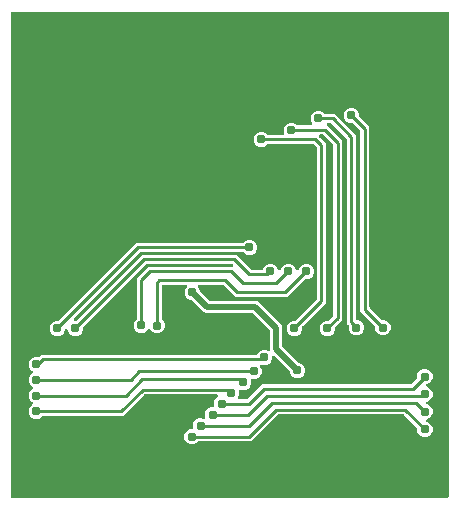
<source format=gbr>
G04 EAGLE Gerber RS-274X export*
G75*
%MOMM*%
%FSLAX34Y34*%
%LPD*%
%INBottom Copper*%
%IPPOS*%
%AMOC8*
5,1,8,0,0,1.08239X$1,22.5*%
G01*
%ADD10R,1.778000X4.191000*%
%ADD11C,0.787400*%
%ADD12C,0.254000*%
%ADD13C,0.508000*%

G36*
X363338Y-1254D02*
X363338Y-1254D01*
X363457Y-1247D01*
X363495Y-1234D01*
X363536Y-1229D01*
X363646Y-1186D01*
X363759Y-1149D01*
X363794Y-1127D01*
X363831Y-1112D01*
X363927Y-1043D01*
X364028Y-979D01*
X364056Y-949D01*
X364089Y-926D01*
X364165Y-834D01*
X364246Y-747D01*
X364266Y-712D01*
X364291Y-681D01*
X364342Y-573D01*
X364400Y-469D01*
X364410Y-429D01*
X364427Y-393D01*
X364449Y-276D01*
X364479Y-161D01*
X364483Y-101D01*
X364487Y-81D01*
X364485Y-60D01*
X364489Y0D01*
X364489Y408940D01*
X364474Y409058D01*
X364467Y409177D01*
X364454Y409215D01*
X364449Y409256D01*
X364406Y409366D01*
X364369Y409479D01*
X364347Y409514D01*
X364332Y409551D01*
X364263Y409647D01*
X364199Y409748D01*
X364169Y409776D01*
X364146Y409809D01*
X364054Y409885D01*
X363967Y409966D01*
X363932Y409986D01*
X363901Y410011D01*
X363793Y410062D01*
X363689Y410120D01*
X363649Y410130D01*
X363613Y410147D01*
X363496Y410169D01*
X363381Y410199D01*
X363321Y410203D01*
X363301Y410207D01*
X363280Y410205D01*
X363220Y410209D01*
X-5080Y410209D01*
X-5198Y410194D01*
X-5317Y410187D01*
X-5355Y410174D01*
X-5396Y410169D01*
X-5506Y410126D01*
X-5619Y410089D01*
X-5654Y410067D01*
X-5691Y410052D01*
X-5787Y409983D01*
X-5888Y409919D01*
X-5916Y409889D01*
X-5949Y409866D01*
X-6025Y409774D01*
X-6106Y409687D01*
X-6126Y409652D01*
X-6151Y409621D01*
X-6202Y409513D01*
X-6260Y409409D01*
X-6270Y409369D01*
X-6287Y409333D01*
X-6309Y409216D01*
X-6339Y409101D01*
X-6343Y409041D01*
X-6347Y409021D01*
X-6345Y409000D01*
X-6349Y408940D01*
X-6349Y0D01*
X-6334Y-118D01*
X-6327Y-237D01*
X-6314Y-275D01*
X-6309Y-316D01*
X-6266Y-426D01*
X-6229Y-539D01*
X-6207Y-574D01*
X-6192Y-611D01*
X-6123Y-707D01*
X-6059Y-808D01*
X-6029Y-836D01*
X-6006Y-869D01*
X-5914Y-945D01*
X-5827Y-1026D01*
X-5792Y-1046D01*
X-5761Y-1071D01*
X-5653Y-1122D01*
X-5549Y-1180D01*
X-5509Y-1190D01*
X-5473Y-1207D01*
X-5356Y-1229D01*
X-5241Y-1259D01*
X-5181Y-1263D01*
X-5161Y-1267D01*
X-5140Y-1265D01*
X-5080Y-1269D01*
X363220Y-1269D01*
X363338Y-1254D01*
G37*
%LPC*%
G36*
X145523Y43895D02*
X145523Y43895D01*
X143143Y44881D01*
X141320Y46704D01*
X140334Y49084D01*
X140334Y51662D01*
X141320Y54042D01*
X143143Y55865D01*
X145523Y56851D01*
X146731Y56851D01*
X146780Y56857D01*
X146830Y56855D01*
X146937Y56877D01*
X147046Y56891D01*
X147092Y56909D01*
X147141Y56919D01*
X147240Y56967D01*
X147342Y57008D01*
X147382Y57037D01*
X147427Y57059D01*
X147510Y57130D01*
X147599Y57194D01*
X147631Y57233D01*
X147669Y57265D01*
X147732Y57355D01*
X147802Y57439D01*
X147823Y57485D01*
X147852Y57525D01*
X147891Y57628D01*
X147938Y57727D01*
X147947Y57776D01*
X147965Y57823D01*
X147977Y57932D01*
X147997Y58039D01*
X147994Y58089D01*
X148000Y58139D01*
X147984Y58248D01*
X147978Y58357D01*
X147962Y58404D01*
X147955Y58454D01*
X147954Y58456D01*
X147954Y61060D01*
X148940Y63440D01*
X150763Y65263D01*
X153143Y66249D01*
X155721Y66249D01*
X156595Y65887D01*
X156729Y65850D01*
X156862Y65809D01*
X156882Y65808D01*
X156902Y65803D01*
X157041Y65800D01*
X157180Y65794D01*
X157199Y65798D01*
X157220Y65798D01*
X157355Y65830D01*
X157491Y65858D01*
X157509Y65867D01*
X157529Y65872D01*
X157651Y65937D01*
X157777Y65998D01*
X157792Y66011D01*
X157810Y66020D01*
X157913Y66114D01*
X158019Y66204D01*
X158030Y66221D01*
X158045Y66234D01*
X158122Y66351D01*
X158202Y66464D01*
X158209Y66483D01*
X158220Y66500D01*
X158265Y66632D01*
X158315Y66762D01*
X158317Y66782D01*
X158323Y66801D01*
X158334Y66939D01*
X158350Y67078D01*
X158347Y67098D01*
X158349Y67118D01*
X158325Y67255D01*
X158305Y67393D01*
X158296Y67419D01*
X158294Y67431D01*
X158286Y67450D01*
X158253Y67545D01*
X158114Y67880D01*
X158114Y70458D01*
X159100Y72838D01*
X160923Y74661D01*
X163303Y75647D01*
X164511Y75647D01*
X164560Y75653D01*
X164610Y75651D01*
X164717Y75673D01*
X164826Y75687D01*
X164872Y75705D01*
X164921Y75715D01*
X165020Y75763D01*
X165122Y75804D01*
X165162Y75833D01*
X165207Y75855D01*
X165290Y75926D01*
X165379Y75990D01*
X165411Y76029D01*
X165449Y76061D01*
X165512Y76151D01*
X165582Y76235D01*
X165603Y76281D01*
X165632Y76321D01*
X165671Y76424D01*
X165718Y76523D01*
X165727Y76572D01*
X165745Y76619D01*
X165757Y76728D01*
X165777Y76835D01*
X165774Y76885D01*
X165780Y76935D01*
X165764Y77044D01*
X165758Y77153D01*
X165742Y77200D01*
X165735Y77250D01*
X165734Y77252D01*
X165734Y79856D01*
X166720Y82236D01*
X168677Y84193D01*
X168762Y84302D01*
X168851Y84409D01*
X168859Y84428D01*
X168872Y84444D01*
X168927Y84572D01*
X168986Y84697D01*
X168990Y84717D01*
X168998Y84736D01*
X169020Y84874D01*
X169046Y85010D01*
X169045Y85030D01*
X169048Y85050D01*
X169035Y85189D01*
X169026Y85327D01*
X169020Y85346D01*
X169018Y85366D01*
X168971Y85498D01*
X168928Y85629D01*
X168917Y85647D01*
X168910Y85666D01*
X168832Y85781D01*
X168758Y85898D01*
X168743Y85912D01*
X168732Y85929D01*
X168627Y86021D01*
X168526Y86116D01*
X168509Y86126D01*
X168493Y86139D01*
X168369Y86203D01*
X168248Y86270D01*
X168228Y86275D01*
X168210Y86284D01*
X168074Y86314D01*
X167940Y86349D01*
X167912Y86351D01*
X167900Y86354D01*
X167879Y86353D01*
X167779Y86359D01*
X107151Y86359D01*
X107053Y86347D01*
X106954Y86344D01*
X106896Y86327D01*
X106836Y86319D01*
X106744Y86283D01*
X106649Y86255D01*
X106596Y86225D01*
X106540Y86202D01*
X106460Y86144D01*
X106375Y86094D01*
X106299Y86028D01*
X106283Y86016D01*
X106275Y86006D01*
X106254Y85988D01*
X88569Y68302D01*
X21116Y68302D01*
X21018Y68290D01*
X20919Y68287D01*
X20860Y68270D01*
X20800Y68262D01*
X20708Y68226D01*
X20613Y68198D01*
X20561Y68168D01*
X20505Y68145D01*
X20425Y68087D01*
X20339Y68037D01*
X20264Y67971D01*
X20247Y67959D01*
X20240Y67949D01*
X20218Y67930D01*
X18909Y66621D01*
X16529Y65635D01*
X13951Y65635D01*
X11571Y66621D01*
X9748Y68444D01*
X8762Y70824D01*
X8762Y73402D01*
X9748Y75782D01*
X11617Y77651D01*
X11669Y77678D01*
X11684Y77692D01*
X11701Y77702D01*
X11801Y77798D01*
X11904Y77892D01*
X11915Y77909D01*
X11930Y77923D01*
X12003Y78042D01*
X12079Y78158D01*
X12086Y78177D01*
X12096Y78194D01*
X12137Y78327D01*
X12182Y78459D01*
X12184Y78479D01*
X12190Y78498D01*
X12196Y78637D01*
X12207Y78776D01*
X12204Y78796D01*
X12205Y78816D01*
X12177Y78952D01*
X12153Y79089D01*
X12145Y79108D01*
X12141Y79127D01*
X12079Y79253D01*
X12022Y79379D01*
X12010Y79395D01*
X12001Y79413D01*
X11911Y79519D01*
X11824Y79628D01*
X11808Y79640D01*
X11795Y79655D01*
X11681Y79735D01*
X11616Y79784D01*
X9748Y81652D01*
X8762Y84032D01*
X8762Y86609D01*
X9748Y88990D01*
X11617Y90859D01*
X11669Y90886D01*
X11684Y90900D01*
X11701Y90910D01*
X11801Y91006D01*
X11904Y91100D01*
X11915Y91117D01*
X11930Y91131D01*
X12003Y91250D01*
X12079Y91366D01*
X12086Y91385D01*
X12096Y91402D01*
X12137Y91535D01*
X12182Y91667D01*
X12184Y91687D01*
X12190Y91706D01*
X12196Y91845D01*
X12207Y91984D01*
X12204Y92004D01*
X12205Y92024D01*
X12177Y92160D01*
X12153Y92297D01*
X12145Y92315D01*
X12141Y92335D01*
X12079Y92461D01*
X12022Y92587D01*
X12010Y92603D01*
X12001Y92621D01*
X11911Y92727D01*
X11824Y92836D01*
X11808Y92848D01*
X11795Y92863D01*
X11681Y92943D01*
X11616Y92992D01*
X9748Y94860D01*
X8762Y97240D01*
X8762Y99817D01*
X9748Y102198D01*
X11617Y104066D01*
X11669Y104094D01*
X11684Y104108D01*
X11701Y104118D01*
X11801Y104214D01*
X11904Y104308D01*
X11915Y104325D01*
X11930Y104339D01*
X12003Y104458D01*
X12079Y104574D01*
X12086Y104593D01*
X12096Y104610D01*
X12137Y104743D01*
X12182Y104875D01*
X12184Y104895D01*
X12190Y104914D01*
X12196Y105053D01*
X12207Y105192D01*
X12204Y105212D01*
X12205Y105232D01*
X12177Y105368D01*
X12153Y105505D01*
X12145Y105523D01*
X12141Y105543D01*
X12079Y105669D01*
X12022Y105795D01*
X12010Y105811D01*
X12001Y105829D01*
X11911Y105935D01*
X11824Y106044D01*
X11808Y106056D01*
X11795Y106071D01*
X11681Y106151D01*
X11616Y106199D01*
X9748Y108068D01*
X8762Y110448D01*
X8762Y113025D01*
X9748Y115406D01*
X11571Y117228D01*
X13951Y118215D01*
X16528Y118215D01*
X16731Y118131D01*
X16733Y118130D01*
X16745Y118127D01*
X16759Y118123D01*
X16786Y118110D01*
X16912Y118081D01*
X17038Y118047D01*
X17067Y118046D01*
X17096Y118040D01*
X17171Y118042D01*
X17202Y118040D01*
X17223Y118040D01*
X17248Y118044D01*
X17356Y118042D01*
X17384Y118049D01*
X17414Y118050D01*
X17505Y118076D01*
X17538Y118080D01*
X17573Y118094D01*
X17665Y118116D01*
X17691Y118130D01*
X17719Y118138D01*
X17790Y118180D01*
X17834Y118197D01*
X17876Y118228D01*
X17946Y118265D01*
X17968Y118284D01*
X17993Y118300D01*
X18079Y118375D01*
X18091Y118384D01*
X18097Y118391D01*
X18114Y118406D01*
X19539Y119831D01*
X201250Y119831D01*
X201280Y119834D01*
X201309Y119832D01*
X201437Y119854D01*
X201566Y119870D01*
X201593Y119881D01*
X201622Y119886D01*
X201741Y119940D01*
X201862Y119987D01*
X201885Y120005D01*
X201912Y120017D01*
X202014Y120098D01*
X202119Y120174D01*
X202138Y120197D01*
X202161Y120215D01*
X202239Y120319D01*
X202322Y120419D01*
X202334Y120446D01*
X202352Y120470D01*
X202423Y120614D01*
X202788Y121496D01*
X204611Y123318D01*
X206991Y124305D01*
X209569Y124305D01*
X211604Y123461D01*
X211652Y123448D01*
X211697Y123427D01*
X211805Y123406D01*
X211911Y123377D01*
X211961Y123377D01*
X212010Y123367D01*
X212119Y123374D01*
X212229Y123372D01*
X212277Y123384D01*
X212327Y123387D01*
X212431Y123421D01*
X212538Y123447D01*
X212582Y123470D01*
X212629Y123485D01*
X212722Y123544D01*
X212819Y123595D01*
X212856Y123629D01*
X212898Y123655D01*
X212973Y123735D01*
X213055Y123809D01*
X213082Y123851D01*
X213116Y123887D01*
X213169Y123983D01*
X213229Y124075D01*
X213246Y124122D01*
X213270Y124165D01*
X213297Y124272D01*
X213333Y124376D01*
X213337Y124425D01*
X213349Y124473D01*
X213359Y124634D01*
X213359Y139610D01*
X213347Y139708D01*
X213344Y139807D01*
X213327Y139865D01*
X213319Y139925D01*
X213283Y140017D01*
X213255Y140112D01*
X213233Y140150D01*
X213231Y140157D01*
X213222Y140171D01*
X213202Y140221D01*
X213144Y140301D01*
X213094Y140386D01*
X213065Y140419D01*
X213061Y140426D01*
X213052Y140435D01*
X213028Y140462D01*
X213016Y140478D01*
X213006Y140486D01*
X212988Y140507D01*
X198927Y154568D01*
X198849Y154628D01*
X198777Y154696D01*
X198724Y154725D01*
X198676Y154762D01*
X198585Y154802D01*
X198498Y154850D01*
X198440Y154865D01*
X198384Y154889D01*
X198286Y154904D01*
X198190Y154929D01*
X198090Y154935D01*
X198070Y154939D01*
X198058Y154937D01*
X198030Y154939D01*
X159009Y154939D01*
X157142Y155713D01*
X146984Y165871D01*
X146906Y165931D01*
X146834Y165999D01*
X146781Y166028D01*
X146733Y166065D01*
X146642Y166105D01*
X146555Y166153D01*
X146497Y166168D01*
X146441Y166192D01*
X146343Y166207D01*
X146247Y166232D01*
X146147Y166238D01*
X146127Y166242D01*
X146115Y166240D01*
X146087Y166242D01*
X146031Y166242D01*
X143651Y167228D01*
X141828Y169051D01*
X140842Y171431D01*
X140842Y174009D01*
X141828Y176389D01*
X142342Y176903D01*
X142427Y177012D01*
X142516Y177119D01*
X142524Y177138D01*
X142537Y177154D01*
X142592Y177282D01*
X142651Y177407D01*
X142655Y177427D01*
X142663Y177446D01*
X142685Y177584D01*
X142711Y177720D01*
X142710Y177740D01*
X142713Y177760D01*
X142700Y177899D01*
X142691Y178037D01*
X142685Y178056D01*
X142683Y178076D01*
X142636Y178207D01*
X142593Y178339D01*
X142582Y178357D01*
X142575Y178376D01*
X142497Y178490D01*
X142423Y178608D01*
X142408Y178622D01*
X142397Y178639D01*
X142293Y178731D01*
X142191Y178826D01*
X142173Y178836D01*
X142158Y178849D01*
X142035Y178912D01*
X141913Y178980D01*
X141893Y178985D01*
X141875Y178994D01*
X141739Y179024D01*
X141605Y179059D01*
X141577Y179061D01*
X141565Y179064D01*
X141544Y179063D01*
X141444Y179069D01*
X122428Y179069D01*
X122310Y179054D01*
X122191Y179047D01*
X122153Y179034D01*
X122112Y179029D01*
X122002Y178986D01*
X121889Y178949D01*
X121854Y178927D01*
X121817Y178912D01*
X121721Y178843D01*
X121620Y178779D01*
X121592Y178749D01*
X121559Y178726D01*
X121483Y178634D01*
X121402Y178547D01*
X121382Y178512D01*
X121357Y178481D01*
X121306Y178373D01*
X121248Y178269D01*
X121238Y178229D01*
X121221Y178193D01*
X121199Y178076D01*
X121169Y177961D01*
X121165Y177901D01*
X121161Y177881D01*
X121163Y177860D01*
X121159Y177800D01*
X121159Y150402D01*
X121171Y150304D01*
X121174Y150205D01*
X121191Y150146D01*
X121199Y150086D01*
X121235Y149994D01*
X121263Y149899D01*
X121293Y149847D01*
X121316Y149791D01*
X121374Y149711D01*
X121424Y149625D01*
X121490Y149550D01*
X121502Y149533D01*
X121512Y149526D01*
X121530Y149504D01*
X122840Y148195D01*
X123826Y145815D01*
X123826Y143237D01*
X122840Y140857D01*
X121017Y139034D01*
X118637Y138048D01*
X116059Y138048D01*
X113679Y139034D01*
X111856Y140857D01*
X111833Y140898D01*
X111816Y140944D01*
X111754Y141035D01*
X111700Y141131D01*
X111665Y141166D01*
X111637Y141208D01*
X111555Y141280D01*
X111479Y141359D01*
X111436Y141385D01*
X111399Y141418D01*
X111301Y141468D01*
X111208Y141525D01*
X111160Y141540D01*
X111116Y141563D01*
X111008Y141587D01*
X110904Y141619D01*
X110854Y141621D01*
X110805Y141632D01*
X110696Y141629D01*
X110586Y141634D01*
X110537Y141624D01*
X110487Y141623D01*
X110382Y141592D01*
X110274Y141570D01*
X110230Y141548D01*
X110182Y141534D01*
X110088Y141479D01*
X109989Y141430D01*
X109951Y141398D01*
X109908Y141373D01*
X109787Y141266D01*
X107809Y139288D01*
X105429Y138302D01*
X102851Y138302D01*
X100471Y139288D01*
X98648Y141111D01*
X97662Y143491D01*
X97662Y146069D01*
X98648Y148449D01*
X99958Y149758D01*
X100018Y149837D01*
X100086Y149909D01*
X100115Y149962D01*
X100152Y150010D01*
X100192Y150101D01*
X100240Y150187D01*
X100255Y150246D01*
X100279Y150302D01*
X100294Y150400D01*
X100319Y150495D01*
X100325Y150595D01*
X100329Y150616D01*
X100327Y150628D01*
X100329Y150656D01*
X100329Y184458D01*
X110182Y194311D01*
X180776Y194311D01*
X180800Y194314D01*
X180825Y194312D01*
X180958Y194334D01*
X181091Y194351D01*
X181114Y194360D01*
X181139Y194364D01*
X181262Y194418D01*
X181387Y194468D01*
X181407Y194482D01*
X181430Y194492D01*
X181535Y194575D01*
X181644Y194654D01*
X181660Y194674D01*
X181680Y194689D01*
X181761Y194796D01*
X181847Y194899D01*
X181858Y194922D01*
X181873Y194941D01*
X181926Y195066D01*
X181983Y195187D01*
X181987Y195211D01*
X181997Y195234D01*
X182017Y195368D01*
X182043Y195499D01*
X182041Y195524D01*
X182045Y195549D01*
X182031Y195683D01*
X182023Y195817D01*
X182015Y195840D01*
X182013Y195865D01*
X181966Y195991D01*
X181925Y196119D01*
X181912Y196140D01*
X181903Y196164D01*
X181827Y196274D01*
X181755Y196388D01*
X181737Y196405D01*
X181723Y196425D01*
X181621Y196514D01*
X181523Y196606D01*
X181501Y196618D01*
X181483Y196634D01*
X181343Y196715D01*
X181292Y196733D01*
X181270Y196745D01*
X181244Y196760D01*
X181143Y196786D01*
X181043Y196821D01*
X180989Y196825D01*
X180936Y196839D01*
X180776Y196849D01*
X108784Y196849D01*
X108686Y196837D01*
X108587Y196834D01*
X108529Y196817D01*
X108469Y196809D01*
X108377Y196773D01*
X108281Y196745D01*
X108229Y196715D01*
X108173Y196692D01*
X108093Y196634D01*
X108008Y196584D01*
X107932Y196518D01*
X107916Y196506D01*
X107908Y196496D01*
X107887Y196478D01*
X55109Y143700D01*
X55049Y143622D01*
X54981Y143550D01*
X54952Y143497D01*
X54915Y143449D01*
X54875Y143358D01*
X54827Y143271D01*
X54812Y143213D01*
X54788Y143157D01*
X54773Y143059D01*
X54748Y142963D01*
X54742Y142863D01*
X54738Y142843D01*
X54740Y142831D01*
X54738Y142803D01*
X54738Y140951D01*
X53752Y138571D01*
X51929Y136748D01*
X49549Y135762D01*
X46971Y135762D01*
X44591Y136748D01*
X42768Y138571D01*
X41813Y140878D01*
X41744Y140999D01*
X41679Y141122D01*
X41665Y141137D01*
X41655Y141154D01*
X41558Y141254D01*
X41465Y141357D01*
X41448Y141368D01*
X41434Y141383D01*
X41316Y141455D01*
X41199Y141532D01*
X41180Y141539D01*
X41163Y141549D01*
X41030Y141590D01*
X40898Y141635D01*
X40878Y141637D01*
X40859Y141643D01*
X40720Y141649D01*
X40581Y141660D01*
X40561Y141657D01*
X40541Y141658D01*
X40405Y141630D01*
X40268Y141606D01*
X40249Y141598D01*
X40230Y141594D01*
X40105Y141532D01*
X39978Y141475D01*
X39962Y141463D01*
X39944Y141454D01*
X39838Y141364D01*
X39730Y141277D01*
X39717Y141261D01*
X39702Y141248D01*
X39622Y141134D01*
X39538Y141023D01*
X39526Y140998D01*
X39519Y140987D01*
X39512Y140968D01*
X39467Y140878D01*
X38512Y138571D01*
X36689Y136748D01*
X34309Y135762D01*
X31731Y135762D01*
X29351Y136748D01*
X27528Y138571D01*
X26542Y140951D01*
X26542Y143529D01*
X27528Y145909D01*
X29351Y147732D01*
X31731Y148718D01*
X33583Y148718D01*
X33681Y148730D01*
X33780Y148733D01*
X33838Y148750D01*
X33898Y148758D01*
X33990Y148794D01*
X34086Y148822D01*
X34138Y148852D01*
X34194Y148875D01*
X34274Y148933D01*
X34359Y148983D01*
X34435Y149049D01*
X34451Y149061D01*
X34459Y149071D01*
X34480Y149089D01*
X100022Y214631D01*
X189704Y214631D01*
X189802Y214643D01*
X189901Y214646D01*
X189960Y214663D01*
X190020Y214671D01*
X190112Y214707D01*
X190207Y214735D01*
X190259Y214765D01*
X190315Y214788D01*
X190395Y214846D01*
X190481Y214896D01*
X190556Y214962D01*
X190573Y214974D01*
X190580Y214984D01*
X190602Y215002D01*
X191911Y216312D01*
X194291Y217298D01*
X196869Y217298D01*
X199249Y216312D01*
X201072Y214489D01*
X202058Y212109D01*
X202058Y209531D01*
X201072Y207151D01*
X199249Y205328D01*
X196869Y204342D01*
X194291Y204342D01*
X191911Y205328D01*
X190602Y206638D01*
X190523Y206698D01*
X190451Y206766D01*
X190398Y206795D01*
X190350Y206832D01*
X190259Y206872D01*
X190173Y206920D01*
X190114Y206935D01*
X190058Y206959D01*
X189960Y206974D01*
X189865Y206999D01*
X189765Y207005D01*
X189744Y207009D01*
X189732Y207007D01*
X189704Y207009D01*
X103704Y207009D01*
X103606Y206997D01*
X103507Y206994D01*
X103449Y206977D01*
X103389Y206969D01*
X103297Y206933D01*
X103201Y206905D01*
X103149Y206875D01*
X103093Y206852D01*
X103013Y206794D01*
X102928Y206744D01*
X102852Y206678D01*
X102836Y206666D01*
X102828Y206656D01*
X102807Y206638D01*
X47054Y150884D01*
X46968Y150775D01*
X46880Y150668D01*
X46871Y150649D01*
X46859Y150633D01*
X46803Y150505D01*
X46744Y150380D01*
X46740Y150360D01*
X46732Y150341D01*
X46710Y150203D01*
X46684Y150067D01*
X46686Y150047D01*
X46683Y150027D01*
X46696Y149888D01*
X46704Y149750D01*
X46710Y149731D01*
X46712Y149711D01*
X46760Y149579D01*
X46802Y149448D01*
X46813Y149430D01*
X46820Y149411D01*
X46898Y149296D01*
X46972Y149179D01*
X46987Y149165D01*
X46999Y149148D01*
X47103Y149056D01*
X47204Y148961D01*
X47222Y148951D01*
X47237Y148938D01*
X47361Y148874D01*
X47483Y148807D01*
X47502Y148802D01*
X47520Y148793D01*
X47656Y148763D01*
X47790Y148728D01*
X47819Y148726D01*
X47830Y148723D01*
X47851Y148724D01*
X47951Y148718D01*
X48823Y148718D01*
X48921Y148730D01*
X49020Y148733D01*
X49078Y148750D01*
X49138Y148758D01*
X49230Y148794D01*
X49326Y148822D01*
X49378Y148852D01*
X49434Y148875D01*
X49514Y148933D01*
X49599Y148983D01*
X49675Y149049D01*
X49691Y149061D01*
X49699Y149071D01*
X49720Y149089D01*
X105102Y204471D01*
X184458Y204471D01*
X196787Y192142D01*
X196865Y192082D01*
X196937Y192014D01*
X196990Y191985D01*
X197038Y191948D01*
X197129Y191908D01*
X197216Y191860D01*
X197274Y191845D01*
X197330Y191821D01*
X197428Y191806D01*
X197524Y191781D01*
X197624Y191775D01*
X197644Y191771D01*
X197656Y191773D01*
X197684Y191771D01*
X206027Y191771D01*
X206056Y191774D01*
X206086Y191772D01*
X206214Y191794D01*
X206342Y191811D01*
X206370Y191821D01*
X206399Y191826D01*
X206517Y191880D01*
X206638Y191928D01*
X206662Y191945D01*
X206689Y191957D01*
X206790Y192038D01*
X206895Y192114D01*
X206914Y192137D01*
X206937Y192156D01*
X207015Y192259D01*
X207098Y192359D01*
X207111Y192386D01*
X207129Y192410D01*
X207199Y192554D01*
X207868Y194169D01*
X209691Y195992D01*
X212071Y196978D01*
X214649Y196978D01*
X217029Y195992D01*
X218852Y194169D01*
X219807Y191862D01*
X219876Y191741D01*
X219941Y191618D01*
X219955Y191603D01*
X219965Y191586D01*
X220062Y191486D01*
X220155Y191383D01*
X220172Y191372D01*
X220186Y191357D01*
X220305Y191284D01*
X220421Y191208D01*
X220440Y191201D01*
X220457Y191191D01*
X220590Y191150D01*
X220722Y191105D01*
X220742Y191103D01*
X220761Y191097D01*
X220900Y191091D01*
X221039Y191080D01*
X221059Y191083D01*
X221079Y191082D01*
X221215Y191110D01*
X221352Y191134D01*
X221371Y191142D01*
X221390Y191146D01*
X221516Y191208D01*
X221642Y191265D01*
X221658Y191277D01*
X221676Y191286D01*
X221782Y191376D01*
X221890Y191463D01*
X221903Y191479D01*
X221918Y191492D01*
X221998Y191606D01*
X222082Y191717D01*
X222094Y191742D01*
X222101Y191753D01*
X222108Y191772D01*
X222153Y191862D01*
X223108Y194169D01*
X224931Y195992D01*
X227311Y196978D01*
X229889Y196978D01*
X232269Y195992D01*
X234092Y194169D01*
X234984Y192015D01*
X235053Y191894D01*
X235118Y191771D01*
X235131Y191756D01*
X235141Y191739D01*
X235238Y191639D01*
X235332Y191536D01*
X235349Y191525D01*
X235363Y191510D01*
X235481Y191438D01*
X235597Y191361D01*
X235617Y191355D01*
X235634Y191344D01*
X235767Y191303D01*
X235898Y191258D01*
X235918Y191257D01*
X235938Y191251D01*
X236077Y191244D01*
X236215Y191233D01*
X236235Y191236D01*
X236255Y191235D01*
X236392Y191264D01*
X236529Y191287D01*
X236547Y191296D01*
X236567Y191300D01*
X236692Y191361D01*
X236819Y191418D01*
X236834Y191431D01*
X236853Y191439D01*
X236958Y191530D01*
X237067Y191616D01*
X237079Y191633D01*
X237095Y191646D01*
X237175Y191760D01*
X237258Y191871D01*
X237271Y191896D01*
X237278Y191906D01*
X237285Y191925D01*
X237329Y192015D01*
X238221Y194169D01*
X240044Y195992D01*
X242424Y196978D01*
X245002Y196978D01*
X247382Y195992D01*
X249205Y194169D01*
X250191Y191789D01*
X250191Y189211D01*
X249205Y186831D01*
X247382Y185008D01*
X245002Y184022D01*
X243277Y184022D01*
X243179Y184010D01*
X243080Y184007D01*
X243022Y183990D01*
X242962Y183982D01*
X242870Y183946D01*
X242774Y183918D01*
X242722Y183888D01*
X242666Y183865D01*
X242586Y183807D01*
X242501Y183757D01*
X242425Y183691D01*
X242409Y183679D01*
X242401Y183669D01*
X242380Y183651D01*
X230242Y171513D01*
X227638Y168909D01*
X183842Y168909D01*
X181238Y171513D01*
X174053Y178698D01*
X173975Y178758D01*
X173903Y178826D01*
X173850Y178855D01*
X173802Y178892D01*
X173711Y178932D01*
X173624Y178980D01*
X173566Y178995D01*
X173510Y179019D01*
X173412Y179034D01*
X173316Y179059D01*
X173216Y179065D01*
X173196Y179069D01*
X173184Y179067D01*
X173156Y179069D01*
X153196Y179069D01*
X153058Y179052D01*
X152919Y179039D01*
X152900Y179032D01*
X152880Y179029D01*
X152751Y178978D01*
X152620Y178931D01*
X152603Y178920D01*
X152585Y178912D01*
X152472Y178831D01*
X152357Y178753D01*
X152344Y178737D01*
X152327Y178726D01*
X152238Y178618D01*
X152147Y178514D01*
X152137Y178496D01*
X152124Y178481D01*
X152065Y178355D01*
X152002Y178231D01*
X151998Y178211D01*
X151989Y178193D01*
X151963Y178056D01*
X151932Y177921D01*
X151933Y177900D01*
X151929Y177881D01*
X151938Y177742D01*
X151942Y177603D01*
X151948Y177583D01*
X151949Y177563D01*
X151992Y177431D01*
X152030Y177297D01*
X152041Y177280D01*
X152047Y177261D01*
X152121Y177143D01*
X152192Y177023D01*
X152211Y177002D01*
X152217Y176992D01*
X152232Y176978D01*
X152298Y176903D01*
X152812Y176389D01*
X153798Y174009D01*
X153798Y173953D01*
X153810Y173855D01*
X153813Y173756D01*
X153830Y173698D01*
X153838Y173638D01*
X153874Y173546D01*
X153902Y173451D01*
X153932Y173398D01*
X153955Y173342D01*
X154013Y173262D01*
X154063Y173177D01*
X154129Y173101D01*
X154141Y173085D01*
X154151Y173077D01*
X154169Y173056D01*
X161753Y165472D01*
X161831Y165412D01*
X161903Y165344D01*
X161956Y165315D01*
X162004Y165278D01*
X162095Y165238D01*
X162182Y165190D01*
X162240Y165175D01*
X162296Y165151D01*
X162394Y165136D01*
X162490Y165111D01*
X162590Y165105D01*
X162610Y165101D01*
X162622Y165103D01*
X162650Y165101D01*
X201671Y165101D01*
X203538Y164327D01*
X222747Y145118D01*
X223521Y143251D01*
X223521Y127090D01*
X223533Y126992D01*
X223536Y126893D01*
X223553Y126835D01*
X223561Y126775D01*
X223597Y126683D01*
X223625Y126588D01*
X223655Y126535D01*
X223678Y126479D01*
X223736Y126399D01*
X223786Y126314D01*
X223852Y126238D01*
X223864Y126222D01*
X223874Y126214D01*
X223892Y126193D01*
X236556Y113529D01*
X236634Y113469D01*
X236706Y113401D01*
X236759Y113372D01*
X236807Y113335D01*
X236898Y113295D01*
X236985Y113247D01*
X237043Y113232D01*
X237099Y113208D01*
X237197Y113193D01*
X237293Y113168D01*
X237393Y113162D01*
X237413Y113158D01*
X237425Y113160D01*
X237453Y113158D01*
X237509Y113158D01*
X239889Y112172D01*
X241712Y110349D01*
X242698Y107969D01*
X242698Y105391D01*
X241712Y103011D01*
X239889Y101188D01*
X237509Y100202D01*
X234931Y100202D01*
X232551Y101188D01*
X230728Y103011D01*
X229742Y105391D01*
X229742Y105447D01*
X229730Y105545D01*
X229727Y105644D01*
X229710Y105702D01*
X229702Y105762D01*
X229666Y105854D01*
X229638Y105949D01*
X229608Y106002D01*
X229585Y106058D01*
X229527Y106138D01*
X229477Y106223D01*
X229411Y106299D01*
X229399Y106315D01*
X229389Y106323D01*
X229371Y106344D01*
X216924Y118790D01*
X216815Y118876D01*
X216708Y118964D01*
X216689Y118973D01*
X216673Y118985D01*
X216545Y119041D01*
X216420Y119100D01*
X216400Y119103D01*
X216381Y119112D01*
X216243Y119133D01*
X216107Y119159D01*
X216087Y119158D01*
X216067Y119161D01*
X215928Y119148D01*
X215790Y119140D01*
X215771Y119134D01*
X215751Y119132D01*
X215619Y119084D01*
X215488Y119042D01*
X215470Y119031D01*
X215451Y119024D01*
X215336Y118946D01*
X215219Y118872D01*
X215205Y118857D01*
X215188Y118845D01*
X215096Y118741D01*
X215001Y118640D01*
X214991Y118622D01*
X214978Y118607D01*
X214914Y118483D01*
X214847Y118361D01*
X214842Y118342D01*
X214833Y118324D01*
X214803Y118188D01*
X214768Y118053D01*
X214766Y118025D01*
X214763Y118013D01*
X214764Y117993D01*
X214758Y117893D01*
X214758Y116538D01*
X213772Y114158D01*
X211949Y112335D01*
X209569Y111349D01*
X206991Y111349D01*
X206228Y111666D01*
X206160Y111684D01*
X206096Y111712D01*
X206007Y111726D01*
X205921Y111750D01*
X205851Y111751D01*
X205782Y111762D01*
X205693Y111753D01*
X205603Y111755D01*
X205535Y111738D01*
X205465Y111732D01*
X205381Y111701D01*
X205294Y111680D01*
X205232Y111648D01*
X205166Y111624D01*
X205092Y111574D01*
X205012Y111532D01*
X204961Y111485D01*
X204903Y111446D01*
X204843Y111378D01*
X204777Y111318D01*
X204739Y111259D01*
X204693Y111207D01*
X204652Y111127D01*
X204602Y111052D01*
X204580Y110986D01*
X204548Y110924D01*
X204528Y110836D01*
X204499Y110751D01*
X204494Y110682D01*
X204478Y110614D01*
X204481Y110524D01*
X204474Y110434D01*
X204486Y110365D01*
X204488Y110296D01*
X204513Y110210D01*
X204528Y110121D01*
X204557Y110057D01*
X204576Y109990D01*
X204622Y109913D01*
X204659Y109831D01*
X204702Y109776D01*
X204738Y109716D01*
X204844Y109595D01*
X204882Y109558D01*
X205868Y107177D01*
X205868Y104600D01*
X204882Y102220D01*
X203059Y100397D01*
X200679Y99411D01*
X198201Y99411D01*
X198152Y99405D01*
X198102Y99407D01*
X197995Y99385D01*
X197886Y99371D01*
X197840Y99353D01*
X197791Y99343D01*
X197692Y99295D01*
X197590Y99254D01*
X197550Y99225D01*
X197505Y99203D01*
X197422Y99132D01*
X197333Y99067D01*
X197301Y99029D01*
X197263Y98997D01*
X197200Y98907D01*
X197130Y98822D01*
X197109Y98777D01*
X197080Y98737D01*
X197041Y98634D01*
X196994Y98535D01*
X196985Y98486D01*
X196967Y98439D01*
X196955Y98330D01*
X196935Y98222D01*
X196938Y98173D01*
X196932Y98123D01*
X196948Y98014D01*
X196954Y97905D01*
X196970Y97858D01*
X196977Y97808D01*
X196978Y97805D01*
X196978Y95202D01*
X195992Y92822D01*
X194169Y90999D01*
X191789Y90013D01*
X189212Y90013D01*
X188337Y90375D01*
X188203Y90412D01*
X188070Y90453D01*
X188050Y90454D01*
X188030Y90459D01*
X187891Y90462D01*
X187752Y90468D01*
X187733Y90464D01*
X187712Y90464D01*
X187577Y90432D01*
X187441Y90404D01*
X187423Y90395D01*
X187403Y90390D01*
X187280Y90325D01*
X187155Y90264D01*
X187140Y90251D01*
X187122Y90241D01*
X187019Y90148D01*
X186913Y90058D01*
X186902Y90041D01*
X186887Y90028D01*
X186810Y89912D01*
X186730Y89798D01*
X186723Y89779D01*
X186712Y89762D01*
X186667Y89630D01*
X186617Y89500D01*
X186615Y89480D01*
X186609Y89461D01*
X186598Y89322D01*
X186582Y89184D01*
X186585Y89164D01*
X186583Y89144D01*
X186607Y89007D01*
X186627Y88869D01*
X186636Y88843D01*
X186638Y88831D01*
X186646Y88812D01*
X186679Y88717D01*
X186818Y88381D01*
X186818Y85804D01*
X186125Y84133D01*
X186112Y84085D01*
X186091Y84040D01*
X186070Y83932D01*
X186041Y83826D01*
X186041Y83776D01*
X186031Y83727D01*
X186038Y83618D01*
X186036Y83508D01*
X186048Y83460D01*
X186051Y83410D01*
X186085Y83306D01*
X186110Y83199D01*
X186134Y83155D01*
X186149Y83108D01*
X186208Y83015D01*
X186259Y82918D01*
X186293Y82881D01*
X186319Y82839D01*
X186399Y82764D01*
X186473Y82682D01*
X186515Y82655D01*
X186551Y82621D01*
X186647Y82568D01*
X186739Y82508D01*
X186786Y82491D01*
X186829Y82467D01*
X186936Y82440D01*
X187040Y82404D01*
X187089Y82400D01*
X187137Y82388D01*
X187298Y82378D01*
X192743Y82378D01*
X192841Y82390D01*
X192940Y82393D01*
X192998Y82410D01*
X193058Y82418D01*
X193150Y82454D01*
X193246Y82482D01*
X193298Y82512D01*
X193354Y82535D01*
X193434Y82593D01*
X193519Y82643D01*
X193595Y82709D01*
X193611Y82721D01*
X193619Y82731D01*
X193640Y82749D01*
X205969Y95078D01*
X331906Y95078D01*
X332004Y95090D01*
X332103Y95093D01*
X332161Y95110D01*
X332221Y95118D01*
X332313Y95154D01*
X332409Y95182D01*
X332461Y95212D01*
X332517Y95235D01*
X332597Y95293D01*
X332683Y95343D01*
X332758Y95409D01*
X332774Y95421D01*
X332782Y95431D01*
X332803Y95449D01*
X337321Y99967D01*
X337381Y100045D01*
X337449Y100117D01*
X337478Y100170D01*
X337515Y100218D01*
X337555Y100309D01*
X337603Y100396D01*
X337618Y100454D01*
X337642Y100510D01*
X337657Y100608D01*
X337682Y100703D01*
X337688Y100803D01*
X337692Y100824D01*
X337690Y100836D01*
X337692Y100864D01*
X337692Y102715D01*
X338678Y105096D01*
X340501Y106919D01*
X342881Y107905D01*
X345459Y107905D01*
X347839Y106919D01*
X349662Y105096D01*
X350648Y102715D01*
X350648Y100138D01*
X349662Y97758D01*
X347839Y95935D01*
X345941Y95149D01*
X345820Y95080D01*
X345697Y95015D01*
X345682Y95001D01*
X345664Y94991D01*
X345564Y94895D01*
X345462Y94801D01*
X345451Y94784D01*
X345436Y94770D01*
X345363Y94652D01*
X345287Y94535D01*
X345280Y94516D01*
X345270Y94499D01*
X345229Y94366D01*
X345184Y94235D01*
X345182Y94214D01*
X345176Y94195D01*
X345169Y94056D01*
X345158Y93918D01*
X345162Y93898D01*
X345161Y93877D01*
X345189Y93741D01*
X345213Y93604D01*
X345221Y93586D01*
X345225Y93566D01*
X345286Y93441D01*
X345343Y93314D01*
X345356Y93299D01*
X345365Y93280D01*
X345456Y93174D01*
X345542Y93066D01*
X345558Y93054D01*
X345571Y93038D01*
X345685Y92958D01*
X345796Y92875D01*
X345821Y92862D01*
X345831Y92855D01*
X345851Y92848D01*
X345941Y92804D01*
X347839Y92017D01*
X349662Y90195D01*
X350648Y87814D01*
X350648Y85237D01*
X349662Y82856D01*
X347839Y81034D01*
X345941Y80248D01*
X345820Y80179D01*
X345697Y80114D01*
X345682Y80100D01*
X345664Y80090D01*
X345564Y79993D01*
X345462Y79900D01*
X345451Y79883D01*
X345436Y79869D01*
X345363Y79751D01*
X345287Y79634D01*
X345280Y79615D01*
X345270Y79598D01*
X345229Y79465D01*
X345184Y79333D01*
X345182Y79313D01*
X345176Y79294D01*
X345169Y79155D01*
X345158Y79016D01*
X345162Y78996D01*
X345161Y78976D01*
X345189Y78840D01*
X345213Y78703D01*
X345221Y78684D01*
X345225Y78665D01*
X345286Y78540D01*
X345343Y78413D01*
X345356Y78397D01*
X345365Y78379D01*
X345456Y78273D01*
X345542Y78165D01*
X345558Y78152D01*
X345571Y78137D01*
X345685Y78057D01*
X345796Y77973D01*
X345821Y77961D01*
X345831Y77954D01*
X345851Y77947D01*
X345941Y77902D01*
X347839Y77116D01*
X349662Y75294D01*
X350648Y72913D01*
X350648Y70336D01*
X349662Y67955D01*
X347839Y66133D01*
X345941Y65346D01*
X345820Y65277D01*
X345697Y65212D01*
X345682Y65199D01*
X345664Y65189D01*
X345564Y65092D01*
X345462Y64998D01*
X345451Y64982D01*
X345436Y64967D01*
X345363Y64849D01*
X345287Y64733D01*
X345280Y64714D01*
X345270Y64696D01*
X345229Y64563D01*
X345184Y64432D01*
X345182Y64412D01*
X345176Y64392D01*
X345169Y64254D01*
X345158Y64115D01*
X345162Y64095D01*
X345161Y64075D01*
X345189Y63939D01*
X345213Y63802D01*
X345221Y63783D01*
X345225Y63763D01*
X345286Y63638D01*
X345343Y63512D01*
X345356Y63496D01*
X345365Y63478D01*
X345455Y63372D01*
X345542Y63263D01*
X345558Y63251D01*
X345571Y63236D01*
X345685Y63155D01*
X345796Y63072D01*
X345821Y63060D01*
X345831Y63052D01*
X345851Y63045D01*
X345941Y63001D01*
X347839Y62215D01*
X349662Y60392D01*
X350648Y58012D01*
X350648Y55434D01*
X349662Y53054D01*
X347839Y51231D01*
X345459Y50245D01*
X342881Y50245D01*
X340501Y51231D01*
X338678Y53054D01*
X337692Y55434D01*
X337692Y57286D01*
X337680Y57384D01*
X337677Y57483D01*
X337660Y57541D01*
X337652Y57601D01*
X337616Y57693D01*
X337588Y57789D01*
X337558Y57841D01*
X337535Y57897D01*
X337477Y57977D01*
X337427Y58062D01*
X337361Y58138D01*
X337349Y58154D01*
X337339Y58162D01*
X337321Y58183D01*
X326453Y69051D01*
X326375Y69111D01*
X326303Y69179D01*
X326250Y69208D01*
X326202Y69245D01*
X326111Y69285D01*
X326024Y69333D01*
X325966Y69348D01*
X325910Y69372D01*
X325812Y69387D01*
X325717Y69412D01*
X325616Y69418D01*
X325596Y69422D01*
X325584Y69420D01*
X325556Y69422D01*
X220544Y69422D01*
X220446Y69410D01*
X220347Y69407D01*
X220289Y69390D01*
X220229Y69382D01*
X220137Y69346D01*
X220041Y69318D01*
X219989Y69288D01*
X219933Y69265D01*
X219853Y69207D01*
X219768Y69157D01*
X219692Y69091D01*
X219676Y69079D01*
X219668Y69069D01*
X219647Y69051D01*
X197158Y46562D01*
X152688Y46562D01*
X152590Y46550D01*
X152491Y46547D01*
X152432Y46530D01*
X152372Y46522D01*
X152280Y46486D01*
X152185Y46458D01*
X152133Y46428D01*
X152077Y46405D01*
X151997Y46347D01*
X151911Y46297D01*
X151836Y46231D01*
X151819Y46219D01*
X151812Y46209D01*
X151790Y46191D01*
X150481Y44881D01*
X148101Y43895D01*
X145523Y43895D01*
G37*
%LPD*%
%LPC*%
G36*
X232391Y135762D02*
X232391Y135762D01*
X230011Y136748D01*
X228188Y138571D01*
X227202Y140951D01*
X227202Y143529D01*
X228188Y145909D01*
X230011Y147732D01*
X232391Y148718D01*
X233989Y148718D01*
X234087Y148730D01*
X234186Y148733D01*
X234244Y148750D01*
X234304Y148758D01*
X234396Y148794D01*
X234492Y148822D01*
X234544Y148852D01*
X234600Y148875D01*
X234680Y148933D01*
X234765Y148983D01*
X234841Y149049D01*
X234857Y149061D01*
X234865Y149071D01*
X234886Y149089D01*
X252358Y166561D01*
X252418Y166639D01*
X252486Y166711D01*
X252515Y166764D01*
X252552Y166812D01*
X252592Y166903D01*
X252640Y166990D01*
X252655Y167048D01*
X252679Y167104D01*
X252694Y167202D01*
X252719Y167298D01*
X252725Y167398D01*
X252729Y167418D01*
X252727Y167430D01*
X252729Y167458D01*
X252729Y295076D01*
X252717Y295174D01*
X252714Y295273D01*
X252697Y295331D01*
X252689Y295391D01*
X252653Y295483D01*
X252625Y295579D01*
X252595Y295631D01*
X252572Y295687D01*
X252514Y295767D01*
X252464Y295852D01*
X252398Y295928D01*
X252386Y295944D01*
X252376Y295952D01*
X252358Y295973D01*
X250253Y298078D01*
X250175Y298138D01*
X250103Y298206D01*
X250050Y298235D01*
X250002Y298272D01*
X249911Y298312D01*
X249824Y298360D01*
X249766Y298375D01*
X249710Y298399D01*
X249612Y298414D01*
X249516Y298439D01*
X249416Y298445D01*
X249396Y298449D01*
X249384Y298447D01*
X249356Y298449D01*
X211616Y298449D01*
X211518Y298437D01*
X211419Y298434D01*
X211360Y298417D01*
X211300Y298409D01*
X211208Y298373D01*
X211113Y298345D01*
X211061Y298315D01*
X211005Y298292D01*
X210925Y298234D01*
X210839Y298184D01*
X210764Y298118D01*
X210747Y298106D01*
X210740Y298096D01*
X210718Y298078D01*
X209409Y296768D01*
X207029Y295782D01*
X204451Y295782D01*
X202071Y296768D01*
X200248Y298591D01*
X199262Y300971D01*
X199262Y303549D01*
X200248Y305929D01*
X202071Y307752D01*
X204451Y308738D01*
X207029Y308738D01*
X209409Y307752D01*
X210718Y306442D01*
X210797Y306382D01*
X210869Y306314D01*
X210922Y306285D01*
X210970Y306248D01*
X211061Y306208D01*
X211147Y306160D01*
X211206Y306145D01*
X211262Y306121D01*
X211360Y306106D01*
X211455Y306081D01*
X211555Y306075D01*
X211576Y306071D01*
X211588Y306073D01*
X211616Y306071D01*
X223859Y306071D01*
X223909Y306077D01*
X223958Y306075D01*
X224066Y306097D01*
X224175Y306111D01*
X224221Y306129D01*
X224270Y306139D01*
X224368Y306187D01*
X224471Y306228D01*
X224511Y306257D01*
X224556Y306279D01*
X224639Y306350D01*
X224728Y306414D01*
X224760Y306453D01*
X224798Y306485D01*
X224861Y306575D01*
X224931Y306659D01*
X224952Y306704D01*
X224981Y306745D01*
X225020Y306848D01*
X225066Y306947D01*
X225076Y306996D01*
X225093Y307042D01*
X225106Y307152D01*
X225126Y307259D01*
X225123Y307309D01*
X225129Y307358D01*
X225113Y307467D01*
X225106Y307577D01*
X225091Y307624D01*
X225084Y307673D01*
X225032Y307826D01*
X224662Y308719D01*
X224662Y311296D01*
X225648Y313676D01*
X227471Y315499D01*
X229851Y316485D01*
X232429Y316485D01*
X234809Y315499D01*
X235783Y314525D01*
X235861Y314464D01*
X235934Y314396D01*
X235987Y314367D01*
X236034Y314330D01*
X236125Y314290D01*
X236212Y314243D01*
X236271Y314228D01*
X236326Y314203D01*
X236424Y314188D01*
X236520Y314163D01*
X236620Y314157D01*
X236640Y314154D01*
X236653Y314155D01*
X236681Y314153D01*
X247662Y314153D01*
X247800Y314170D01*
X247938Y314183D01*
X247957Y314190D01*
X247977Y314193D01*
X248106Y314244D01*
X248238Y314291D01*
X248254Y314302D01*
X248273Y314310D01*
X248385Y314391D01*
X248501Y314470D01*
X248514Y314485D01*
X248530Y314497D01*
X248619Y314604D01*
X248711Y314708D01*
X248720Y314726D01*
X248733Y314742D01*
X248793Y314867D01*
X248856Y314991D01*
X248860Y315011D01*
X248869Y315029D01*
X248895Y315166D01*
X248925Y315302D01*
X248925Y315322D01*
X248929Y315342D01*
X248920Y315481D01*
X248916Y315620D01*
X248910Y315639D01*
X248909Y315659D01*
X248866Y315791D01*
X248827Y315925D01*
X248817Y315942D01*
X248811Y315962D01*
X248736Y316079D01*
X248666Y316199D01*
X248647Y316220D01*
X248641Y316230D01*
X248626Y316244D01*
X248559Y316320D01*
X248508Y316371D01*
X247522Y318751D01*
X247522Y321329D01*
X248508Y323709D01*
X250331Y325532D01*
X252711Y326518D01*
X255289Y326518D01*
X257669Y325532D01*
X258978Y324222D01*
X259057Y324162D01*
X259129Y324094D01*
X259182Y324065D01*
X259230Y324028D01*
X259321Y323988D01*
X259407Y323940D01*
X259466Y323925D01*
X259522Y323901D01*
X259620Y323886D01*
X259715Y323861D01*
X259815Y323855D01*
X259836Y323851D01*
X259848Y323853D01*
X259876Y323851D01*
X267587Y323851D01*
X285751Y305687D01*
X285751Y150622D01*
X285766Y150504D01*
X285773Y150385D01*
X285786Y150347D01*
X285791Y150306D01*
X285834Y150196D01*
X285871Y150083D01*
X285893Y150048D01*
X285908Y150011D01*
X285977Y149915D01*
X286041Y149814D01*
X286071Y149786D01*
X286094Y149753D01*
X286186Y149677D01*
X286273Y149596D01*
X286308Y149576D01*
X286339Y149551D01*
X286447Y149500D01*
X286551Y149442D01*
X286591Y149432D01*
X286627Y149415D01*
X286744Y149393D01*
X286859Y149363D01*
X286919Y149359D01*
X286939Y149355D01*
X286960Y149357D01*
X287020Y149353D01*
X287462Y149353D01*
X289843Y148367D01*
X291665Y146544D01*
X292651Y144164D01*
X292651Y141586D01*
X291665Y139206D01*
X289843Y137383D01*
X287462Y136397D01*
X284885Y136397D01*
X282504Y137383D01*
X280682Y139206D01*
X279696Y141586D01*
X279696Y144249D01*
X279683Y144347D01*
X279680Y144446D01*
X279663Y144504D01*
X279656Y144565D01*
X279619Y144657D01*
X279592Y144752D01*
X279561Y144804D01*
X279539Y144860D01*
X279481Y144940D01*
X279430Y145026D01*
X279364Y145101D01*
X279352Y145118D01*
X279342Y145125D01*
X279324Y145146D01*
X278129Y146341D01*
X278129Y302005D01*
X278117Y302103D01*
X278114Y302202D01*
X278097Y302260D01*
X278089Y302320D01*
X278053Y302412D01*
X278025Y302508D01*
X277995Y302560D01*
X277972Y302616D01*
X277914Y302696D01*
X277864Y302781D01*
X277798Y302857D01*
X277786Y302873D01*
X277776Y302881D01*
X277758Y302902D01*
X264802Y315858D01*
X264724Y315918D01*
X264652Y315986D01*
X264599Y316015D01*
X264551Y316052D01*
X264460Y316092D01*
X264373Y316140D01*
X264315Y316155D01*
X264259Y316179D01*
X264161Y316194D01*
X264065Y316219D01*
X263965Y316225D01*
X263945Y316229D01*
X263933Y316227D01*
X263905Y316229D01*
X262109Y316229D01*
X261971Y316212D01*
X261832Y316199D01*
X261813Y316192D01*
X261793Y316189D01*
X261664Y316138D01*
X261533Y316091D01*
X261516Y316080D01*
X261497Y316072D01*
X261385Y315991D01*
X261270Y315913D01*
X261256Y315897D01*
X261240Y315886D01*
X261151Y315778D01*
X261059Y315674D01*
X261050Y315656D01*
X261037Y315641D01*
X260978Y315515D01*
X260915Y315391D01*
X260910Y315371D01*
X260902Y315353D01*
X260876Y315217D01*
X260845Y315081D01*
X260846Y315060D01*
X260842Y315041D01*
X260851Y314902D01*
X260855Y314763D01*
X260860Y314743D01*
X260862Y314723D01*
X260904Y314591D01*
X260943Y314457D01*
X260953Y314440D01*
X260960Y314421D01*
X261034Y314303D01*
X261105Y314183D01*
X261123Y314162D01*
X261130Y314152D01*
X261145Y314138D01*
X261211Y314063D01*
X263725Y311549D01*
X274321Y300953D01*
X274321Y149552D01*
X268469Y143700D01*
X268409Y143622D01*
X268341Y143550D01*
X268312Y143497D01*
X268275Y143449D01*
X268235Y143358D01*
X268187Y143271D01*
X268172Y143213D01*
X268148Y143157D01*
X268133Y143059D01*
X268108Y142963D01*
X268102Y142863D01*
X268098Y142843D01*
X268100Y142831D01*
X268098Y142803D01*
X268098Y140951D01*
X267112Y138571D01*
X265289Y136748D01*
X262909Y135762D01*
X260331Y135762D01*
X257951Y136748D01*
X256128Y138571D01*
X255142Y140951D01*
X255142Y143529D01*
X256128Y145909D01*
X257951Y147732D01*
X260331Y148718D01*
X262183Y148718D01*
X262281Y148730D01*
X262380Y148733D01*
X262438Y148750D01*
X262498Y148758D01*
X262590Y148794D01*
X262686Y148822D01*
X262738Y148852D01*
X262794Y148875D01*
X262874Y148933D01*
X262959Y148983D01*
X263035Y149049D01*
X263051Y149061D01*
X263059Y149071D01*
X263080Y149089D01*
X266328Y152337D01*
X266388Y152415D01*
X266456Y152487D01*
X266485Y152540D01*
X266522Y152588D01*
X266562Y152679D01*
X266610Y152766D01*
X266625Y152824D01*
X266649Y152880D01*
X266664Y152978D01*
X266689Y153074D01*
X266695Y153174D01*
X266699Y153194D01*
X266697Y153206D01*
X266699Y153234D01*
X266699Y297270D01*
X266687Y297368D01*
X266684Y297468D01*
X266667Y297526D01*
X266659Y297586D01*
X266623Y297678D01*
X266595Y297773D01*
X266565Y297825D01*
X266542Y297882D01*
X266484Y297962D01*
X266434Y298047D01*
X266368Y298122D01*
X266356Y298139D01*
X266346Y298147D01*
X266328Y298168D01*
X258336Y306160D01*
X258257Y306220D01*
X258185Y306288D01*
X258132Y306318D01*
X258084Y306355D01*
X257993Y306394D01*
X257907Y306442D01*
X257848Y306457D01*
X257792Y306481D01*
X257694Y306497D01*
X257599Y306521D01*
X257499Y306528D01*
X257478Y306531D01*
X257466Y306530D01*
X257438Y306532D01*
X255642Y306532D01*
X255504Y306514D01*
X255366Y306501D01*
X255347Y306494D01*
X255326Y306492D01*
X255197Y306441D01*
X255066Y306393D01*
X255049Y306382D01*
X255031Y306375D01*
X254918Y306293D01*
X254803Y306215D01*
X254790Y306200D01*
X254773Y306188D01*
X254685Y306081D01*
X254593Y305976D01*
X254583Y305958D01*
X254571Y305943D01*
X254511Y305817D01*
X254448Y305693D01*
X254444Y305673D01*
X254435Y305655D01*
X254409Y305519D01*
X254378Y305383D01*
X254379Y305363D01*
X254375Y305343D01*
X254384Y305204D01*
X254388Y305065D01*
X254394Y305045D01*
X254395Y305025D01*
X254438Y304893D01*
X254476Y304760D01*
X254487Y304742D01*
X254493Y304723D01*
X254567Y304605D01*
X254638Y304486D01*
X254657Y304465D01*
X254663Y304454D01*
X254678Y304440D01*
X254744Y304365D01*
X255642Y303467D01*
X260351Y298758D01*
X260351Y163776D01*
X240529Y143954D01*
X240469Y143876D01*
X240401Y143804D01*
X240372Y143751D01*
X240335Y143703D01*
X240295Y143612D01*
X240247Y143525D01*
X240232Y143467D01*
X240208Y143411D01*
X240193Y143313D01*
X240168Y143217D01*
X240162Y143117D01*
X240158Y143097D01*
X240160Y143085D01*
X240158Y143057D01*
X240158Y140951D01*
X239172Y138571D01*
X237349Y136748D01*
X234969Y135762D01*
X232391Y135762D01*
G37*
%LPD*%
%LPC*%
G36*
X307321Y136397D02*
X307321Y136397D01*
X304941Y137383D01*
X303118Y139206D01*
X302132Y141586D01*
X302132Y143438D01*
X302120Y143536D01*
X302117Y143635D01*
X302110Y143658D01*
X302110Y143662D01*
X302101Y143690D01*
X302100Y143693D01*
X302092Y143753D01*
X302056Y143845D01*
X302028Y143941D01*
X301998Y143993D01*
X301975Y144049D01*
X301917Y144129D01*
X301867Y144214D01*
X301801Y144290D01*
X301789Y144306D01*
X301779Y144314D01*
X301760Y144335D01*
X289559Y156537D01*
X289559Y309046D01*
X289547Y309144D01*
X289544Y309243D01*
X289527Y309301D01*
X289519Y309361D01*
X289483Y309453D01*
X289455Y309549D01*
X289425Y309601D01*
X289402Y309657D01*
X289344Y309737D01*
X289294Y309822D01*
X289228Y309898D01*
X289216Y309914D01*
X289206Y309922D01*
X289188Y309943D01*
X283400Y315731D01*
X283322Y315791D01*
X283250Y315859D01*
X283197Y315888D01*
X283149Y315925D01*
X283058Y315965D01*
X282971Y316013D01*
X282913Y316028D01*
X282857Y316052D01*
X282759Y316067D01*
X282663Y316092D01*
X282563Y316098D01*
X282543Y316102D01*
X282531Y316100D01*
X282503Y316102D01*
X280651Y316102D01*
X278271Y317088D01*
X276448Y318911D01*
X275462Y321291D01*
X275462Y323869D01*
X276448Y326249D01*
X278271Y328072D01*
X280651Y329058D01*
X283229Y329058D01*
X285609Y328072D01*
X287432Y326249D01*
X288418Y323869D01*
X288418Y322017D01*
X288430Y321919D01*
X288433Y321820D01*
X288450Y321762D01*
X288458Y321702D01*
X288494Y321610D01*
X288522Y321514D01*
X288552Y321462D01*
X288575Y321406D01*
X288633Y321326D01*
X288683Y321241D01*
X288749Y321165D01*
X288761Y321149D01*
X288771Y321141D01*
X288789Y321120D01*
X297181Y312728D01*
X297181Y160219D01*
X297193Y160121D01*
X297196Y160022D01*
X297213Y159964D01*
X297221Y159904D01*
X297257Y159812D01*
X297285Y159716D01*
X297315Y159664D01*
X297338Y159608D01*
X297396Y159528D01*
X297446Y159443D01*
X297512Y159367D01*
X297524Y159351D01*
X297534Y159343D01*
X297552Y159322D01*
X307150Y149724D01*
X307228Y149664D01*
X307300Y149596D01*
X307353Y149567D01*
X307401Y149530D01*
X307492Y149490D01*
X307579Y149442D01*
X307637Y149427D01*
X307693Y149403D01*
X307791Y149388D01*
X307886Y149363D01*
X307987Y149357D01*
X308007Y149353D01*
X308019Y149355D01*
X308047Y149353D01*
X309899Y149353D01*
X312279Y148367D01*
X314102Y146544D01*
X315088Y144164D01*
X315088Y141586D01*
X314102Y139206D01*
X312279Y137383D01*
X309899Y136397D01*
X307321Y136397D01*
G37*
%LPD*%
D10*
X114300Y26670D03*
X53340Y26670D03*
X312420Y26670D03*
X251460Y26670D03*
D11*
X117348Y144526D03*
D12*
X117348Y180848D01*
X119380Y182880D01*
X175260Y182880D01*
X185420Y172720D01*
X226060Y172720D02*
X243840Y190500D01*
X243713Y190500D01*
D11*
X243713Y190500D03*
D12*
X226060Y172720D02*
X185420Y172720D01*
D11*
X104140Y144780D03*
D12*
X104140Y182880D01*
X111760Y190500D01*
X180340Y190500D01*
X218440Y180340D02*
X228600Y190500D01*
D11*
X228600Y190500D03*
D12*
X190500Y180340D02*
X180340Y190500D01*
X190500Y180340D02*
X218440Y180340D01*
D11*
X48260Y142240D03*
X213360Y190500D03*
D12*
X182880Y200660D02*
X106680Y200660D01*
X182880Y200660D02*
X195580Y187960D01*
X210820Y187960D01*
X213360Y190500D01*
X106680Y200660D02*
X48260Y142240D01*
D11*
X236220Y106680D03*
X147320Y172720D03*
D13*
X160020Y160020D01*
X200660Y160020D01*
X218440Y142240D01*
X218440Y124460D02*
X236220Y106680D01*
X218440Y124460D02*
X218440Y142240D01*
D11*
X15240Y111737D03*
D12*
X16834Y111737D02*
X21117Y116020D01*
X16834Y111737D02*
X15240Y111737D01*
X21117Y116020D02*
X206473Y116020D01*
X208280Y117827D01*
D11*
X208280Y117827D03*
X15240Y98529D03*
D12*
X95021Y98529D01*
D11*
X199390Y105889D03*
D12*
X102381Y105889D02*
X95021Y98529D01*
X102381Y105889D02*
X199390Y105889D01*
D11*
X15240Y85321D03*
D12*
X91006Y85321D01*
D11*
X190500Y96491D03*
D12*
X104716Y99031D02*
X91006Y85321D01*
X187960Y99031D02*
X190500Y96491D01*
X187960Y99031D02*
X104716Y99031D01*
D11*
X15240Y72113D03*
D12*
X86990Y72113D01*
X105047Y90170D02*
X180340Y90170D01*
X180340Y87093D01*
D11*
X180340Y87093D03*
D12*
X105047Y90170D02*
X86990Y72113D01*
D11*
X172212Y78567D03*
D12*
X194847Y78567D02*
X207547Y91267D01*
X194847Y78567D02*
X172212Y78567D01*
X334010Y91267D02*
X344170Y101427D01*
X334010Y91267D02*
X207547Y91267D01*
D11*
X344170Y101427D03*
X164592Y69169D03*
X344170Y86526D03*
D12*
X194310Y69169D02*
X164592Y69169D01*
X342900Y85256D02*
X344170Y86526D01*
X342900Y85256D02*
X210397Y85256D01*
X194310Y69169D01*
D11*
X154432Y59771D03*
X344170Y71624D03*
D12*
X195326Y59771D02*
X154432Y59771D01*
X195326Y59771D02*
X214630Y79075D01*
X336719Y79075D02*
X344170Y71624D01*
X336719Y79075D02*
X214630Y79075D01*
D11*
X146812Y50373D03*
D12*
X195580Y50373D01*
X327660Y73233D02*
X344170Y56723D01*
X327660Y73233D02*
X218440Y73233D01*
X195580Y50373D01*
D11*
X344170Y56723D03*
X286173Y142875D03*
D12*
X286173Y143686D01*
X281940Y147920D01*
X281940Y304109D01*
X266009Y320040D02*
X254000Y320040D01*
D11*
X254000Y320040D03*
D12*
X266009Y320040D02*
X281940Y304109D01*
D11*
X308610Y142875D03*
D12*
X293370Y158115D01*
X293370Y311150D01*
X281940Y322580D01*
D11*
X281940Y322580D03*
X261620Y142240D03*
D12*
X270510Y151130D02*
X270510Y299375D01*
X270510Y151130D02*
X261620Y142240D01*
X270510Y299375D02*
X259542Y310342D01*
X231602Y310342D01*
X231140Y309880D01*
X231140Y310007D01*
D11*
X231140Y310007D03*
X233680Y142240D03*
D12*
X233680Y142494D02*
X256540Y165354D01*
X233680Y142494D02*
X233680Y142240D01*
X256540Y165354D02*
X256540Y297180D01*
X251460Y302260D01*
X205740Y302260D01*
D11*
X205740Y302260D03*
X33020Y142240D03*
D12*
X101600Y210820D01*
X195580Y210820D01*
D11*
X195580Y210820D03*
M02*

</source>
